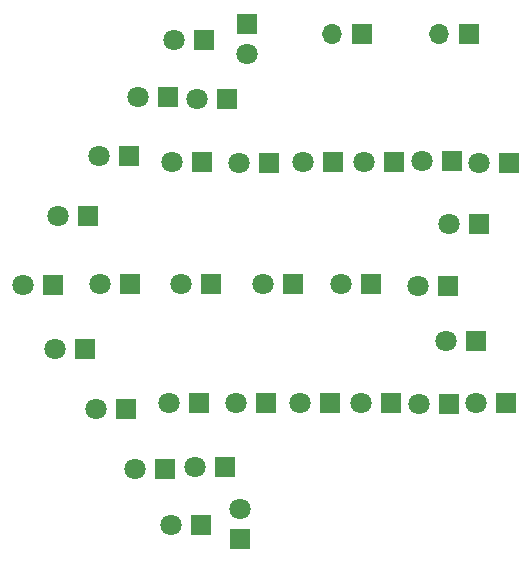
<source format=gbr>
%TF.GenerationSoftware,KiCad,Pcbnew,(5.1.4)-1*%
%TF.CreationDate,2020-11-17T10:49:43+02:00*%
%TF.ProjectId,prose,70726f73-652e-46b6-9963-61645f706362,rev?*%
%TF.SameCoordinates,Original*%
%TF.FileFunction,Soldermask,Bot*%
%TF.FilePolarity,Negative*%
%FSLAX46Y46*%
G04 Gerber Fmt 4.6, Leading zero omitted, Abs format (unit mm)*
G04 Created by KiCad (PCBNEW (5.1.4)-1) date 2020-11-17 10:49:43*
%MOMM*%
%LPD*%
G04 APERTURE LIST*
%ADD10R,1.800000X1.800000*%
%ADD11C,1.800000*%
%ADD12R,1.700000X1.700000*%
%ADD13O,1.700000X1.700000*%
G04 APERTURE END LIST*
D10*
%TO.C,D21*%
X88390000Y-63070000D03*
D11*
X85850000Y-63070000D03*
%TD*%
%TO.C,D18*%
X83040000Y-78180000D03*
D10*
X85580000Y-78180000D03*
%TD*%
D12*
%TO.C,P2*%
X75960000Y-52160000D03*
D13*
X73420000Y-52160000D03*
%TD*%
D10*
%TO.C,D5*%
X49784000Y-73406000D03*
D11*
X47244000Y-73406000D03*
%TD*%
%TO.C,D6*%
X49920000Y-78870000D03*
D10*
X52460000Y-78870000D03*
%TD*%
%TO.C,D7*%
X55980000Y-83950000D03*
D11*
X53440000Y-83950000D03*
%TD*%
%TO.C,D8*%
X56730000Y-88990000D03*
D10*
X59270000Y-88990000D03*
%TD*%
D11*
%TO.C,D9*%
X59780000Y-93740000D03*
D10*
X62320000Y-93740000D03*
%TD*%
%TO.C,D10*%
X65580000Y-94940000D03*
D11*
X65580000Y-92400000D03*
%TD*%
D10*
%TO.C,D11*%
X64280000Y-88820000D03*
D11*
X61740000Y-88820000D03*
%TD*%
%TO.C,D12*%
X59610000Y-83410000D03*
D10*
X62150000Y-83410000D03*
%TD*%
%TO.C,D13*%
X67780000Y-83410000D03*
D11*
X65240000Y-83410000D03*
%TD*%
%TO.C,D14*%
X70660000Y-83460000D03*
D10*
X73200000Y-83460000D03*
%TD*%
%TO.C,D15*%
X78360000Y-83410000D03*
D11*
X75820000Y-83410000D03*
%TD*%
%TO.C,D16*%
X80720000Y-83510000D03*
D10*
X83260000Y-83510000D03*
%TD*%
%TO.C,D17*%
X88140000Y-83400000D03*
D11*
X85600000Y-83400000D03*
%TD*%
%TO.C,D19*%
X80650000Y-73490000D03*
D10*
X83190000Y-73490000D03*
%TD*%
D11*
%TO.C,D29*%
X74110000Y-73360000D03*
D10*
X76650000Y-73360000D03*
%TD*%
%TO.C,D30*%
X70060000Y-73390000D03*
D11*
X67520000Y-73390000D03*
%TD*%
%TO.C,D31*%
X60610000Y-73390000D03*
D10*
X63150000Y-73390000D03*
%TD*%
%TO.C,D32*%
X56310000Y-73360000D03*
D11*
X53770000Y-73360000D03*
%TD*%
D12*
%TO.C,P3*%
X84950000Y-52160000D03*
D13*
X82410000Y-52160000D03*
%TD*%
D11*
%TO.C,D1*%
X60030000Y-52730000D03*
D10*
X62570000Y-52730000D03*
%TD*%
%TO.C,D2*%
X59510000Y-57480000D03*
D11*
X56970000Y-57480000D03*
%TD*%
%TO.C,D3*%
X53690000Y-62520000D03*
D10*
X56230000Y-62520000D03*
%TD*%
%TO.C,D4*%
X52710000Y-67600000D03*
D11*
X50170000Y-67600000D03*
%TD*%
%TO.C,D20*%
X83280000Y-68280000D03*
D10*
X85820000Y-68280000D03*
%TD*%
D11*
%TO.C,D22*%
X80970000Y-62960000D03*
D10*
X83510000Y-62960000D03*
%TD*%
%TO.C,D23*%
X78610000Y-63060000D03*
D11*
X76070000Y-63060000D03*
%TD*%
D10*
%TO.C,D24*%
X73440000Y-63010000D03*
D11*
X70900000Y-63010000D03*
%TD*%
%TO.C,D25*%
X65480000Y-63070000D03*
D10*
X68020000Y-63070000D03*
%TD*%
%TO.C,D26*%
X62400000Y-63060000D03*
D11*
X59860000Y-63060000D03*
%TD*%
%TO.C,D27*%
X61980000Y-57660000D03*
D10*
X64520000Y-57660000D03*
%TD*%
%TO.C,D28*%
X66220000Y-51340000D03*
D11*
X66220000Y-53880000D03*
%TD*%
M02*

</source>
